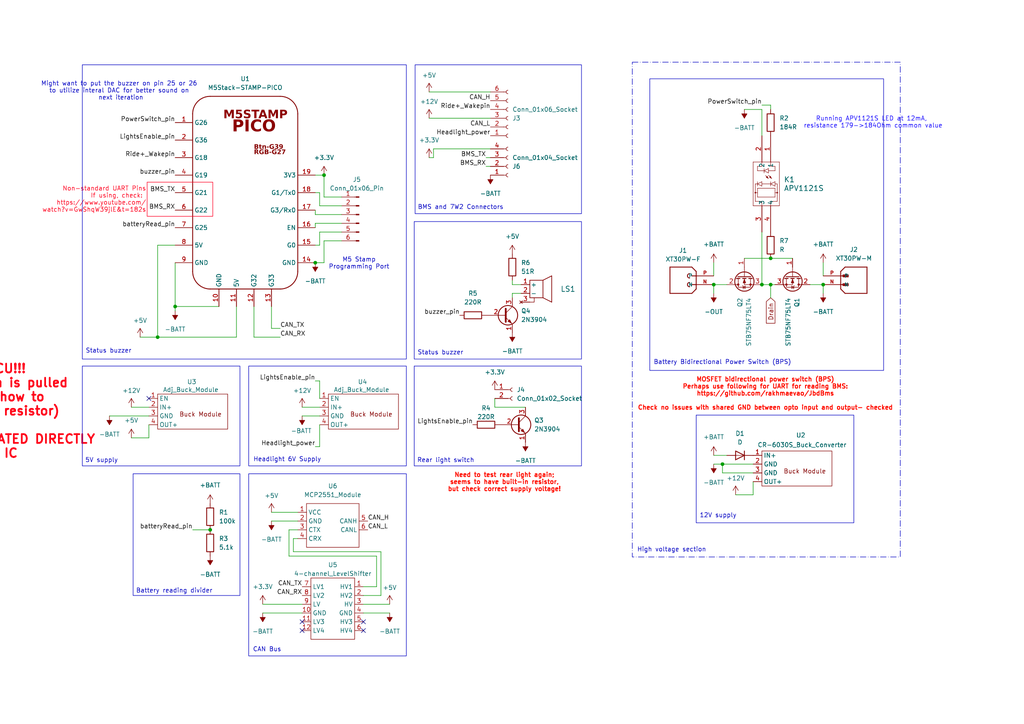
<source format=kicad_sch>
(kicad_sch (version 20231120) (generator "eeschema") (generator_version "8.0")
  (paper "A4")
  (title_block (title "Bionx EBike Battery Control Circuitry") (date "2024-04-29") (rev "0") (company "William Yen") (comment 1 "Requires an external BMS"))
  (lib_symbols
    (symbol "5020_buzzer:CMT-0502-75-SMT-TR" (pin_names (offset 0.254))
      (property "Reference" "LS" (at 7.62 7.62 0))
      (property "Value" "CMT-0502-75-SMT-TR" (at 15.24 5.334 0))
      (symbol "CMT-0502-75-SMT-TR_0_1"
        (polyline (pts (xy 7.62 -2.54) (xy 11.43 -2.54)) (stroke (width 0.2032)))
        (polyline (pts (xy 7.62 2.54) (xy 7.62 -2.54)) (stroke (width 0.2032)))
        (polyline (pts (xy 11.43 -2.54) (xy 11.43 2.54)) (stroke (width 0.2032)))
        (polyline (pts (xy 11.43 2.54) (xy 7.62 2.54)) (stroke (width 0.2032)))
        (polyline (pts (xy 11.43 2.54) (xy 13.97 3.81)) (stroke (width 0.2032)))
        (polyline (pts (xy 13.97 -3.81) (xy 11.43 -2.54)) (stroke (width 0.2032)))
        (polyline (pts (xy 13.97 3.81) (xy 13.97 -3.81)) (stroke (width 0.2032)))
        (polyline (pts (xy 7.62 -3.81) (xy 8.89 -3.81) (xy 8.89 -2.54)))
      )
      (symbol "CMT-0502-75-SMT-TR_1_1"
        (pin input line (at 5.08 1.27 0) (length 2.54) (name "+") (number "1"))
        (pin input line (at 5.08 -1.27 0) (length 2.54) (name "-") (number "2"))
        (pin no_connect line (at 5.08 -3.81 0) (length 2.54) (name "") (number "3"))
      )
    )
    (symbol "Aliexpress_Modules:4-channel_LevelShifter"
      (property "Reference" "U" (at 0 0 0))
      (property "Value" "4-channel_LevelShifter" (at -0.508 10.414 0))
      (symbol "4-channel_LevelShifter_0_1"
        (rectangle (start -6.35 8.89) (end 6.35 -8.89))
      )
      (symbol "4-channel_LevelShifter_1_1"
        (pin bidirectional line (at -8.89 6.35 0) (length 2.54) (name "HV1") (number "1"))
        (pin bidirectional line (at 8.89 -1.27 180) (length 2.54) (name "GND") (number "10"))
        (pin bidirectional line (at 8.89 -3.81 180) (length 2.54) (name "LV3") (number "11"))
        (pin bidirectional line (at 8.89 -6.35 180) (length 2.54) (name "LV4") (number "12"))
        (pin bidirectional line (at -8.89 3.81 0) (length 2.54) (name "HV2") (number "2"))
        (pin bidirectional line (at -8.89 1.27 0) (length 2.54) (name "HV") (number "3"))
        (pin bidirectional line (at -8.89 -1.27 0) (length 2.54) (name "GND") (number "4"))
        (pin bidirectional line (at -8.89 -3.81 0) (length 2.54) (name "HV3") (number "5"))
        (pin bidirectional line (at -8.89 -6.35 0) (length 2.54) (name "HV4") (number "6"))
        (pin bidirectional line (at 8.89 6.35 180) (length 2.54) (name "LV1") (number "7"))
        (pin bidirectional line (at 8.89 3.81 180) (length 2.54) (name "LV2") (number "8"))
        (pin bidirectional line (at 8.89 1.27 180) (length 2.54) (name "LV") (number "9"))
      )
    )
    (symbol "Aliexpress_Modules:Adj_Buck_Module"
      (property "Reference" "U" (at 1.016 8.636 0))
      (property "Value" "Adj_Buck_Module" (at 2.032 6.858 0))
      (symbol "Adj_Buck_Module_0_1"
        (rectangle (start -8.89 5.08) (end 11.43 -5.08))
      )
      (symbol "Adj_Buck_Module_1_1"
        (text "Buck Module" (at 3.556 -0.762 0) (effects (font (size 1.27 1.27))))
        (pin input line (at -11.43 3.81 0) (length 2.54) (name "EN") (number "1"))
        (pin power_in line (at -11.43 1.27 0) (length 2.54) (name "IN+") (number "2"))
        (pin power_out line (at -11.43 -1.27 0) (length 2.54) (name "GND") (number "3"))
        (pin power_out line (at -11.43 -3.81 0) (length 2.54) (name "OUT+") (number "4"))
      )
    )
    (symbol "Aliexpress_Modules:CR-6030S_Buck_Converter"
      (property "Reference" "U" (at 1.016 8.636 0))
      (property "Value" "CR-6030S_Buck_Converter" (at 2.032 6.858 0))
      (symbol "CR-6030S_Buck_Converter_0_1"
        (rectangle (start -8.89 5.08) (end 11.43 -5.08))
      )
      (symbol "CR-6030S_Buck_Converter_1_1"
        (text "Buck Module" (at 3.556 -0.762 0) (effects (font (size 1.27 1.27))))
        (pin power_in line (at -11.43 3.81 0) (length 2.54) (name "IN+") (number "1"))
        (pin power_in line (at -11.43 1.27 0) (length 2.54) (name "GND") (number "2"))
        (pin power_out line (at -11.43 -1.27 0) (length 2.54) (name "GND") (number "3"))
        (pin power_out line (at -11.43 -3.81 0) (length 2.54) (name "OUT+") (number "4"))
      )
    )
    (symbol "Aliexpress_Modules:MCP2551_Module"
      (property "Reference" "U" (at 0 0 0))
      (property "Value" "MCP2551_Module" (at 0 7.874 0))
      (symbol "MCP2551_Module_0_1"
        (rectangle (start -7.62 6.35) (end 7.62 -6.35))
      )
      (symbol "MCP2551_Module_1_1"
        (pin power_in line (at -10.16 3.81 0) (length 2.54) (name "VCC") (number "1"))
        (pin power_in line (at -10.16 1.27 0) (length 2.54) (name "GND") (number "2"))
        (pin bidirectional line (at -10.16 -1.27 0) (length 2.54) (name "CTX") (number "3"))
        (pin bidirectional line (at -10.16 -3.81 0) (length 2.54) (name "CRX") (number "4"))
        (pin bidirectional line (at 10.16 1.27 180) (length 2.54) (name "CANH") (number "5"))
        (pin bidirectional line (at 10.16 -1.27 180) (length 2.54) (name "CANL") (number "6"))
      )
    )
    (symbol "Connector:Conn_01x02_Socket" (pin_names (offset 1.016) hide)
      (property "Reference" "J" (at 0 2.54 0))
      (property "Value" "Conn_01x02_Socket" (at 0 -5.08 0))
      (symbol "Conn_01x02_Socket_1_1"
        (arc (start 0 -2.032) (mid -0.5058 -2.54) (end 0 -3.048) (stroke (width 0.1524)))
        (polyline (pts (xy -1.27 -2.54) (xy -0.508 -2.54)) (stroke (width 0.1524)))
        (polyline (pts (xy -1.27 0) (xy -0.508 0)) (stroke (width 0.1524)))
        (arc (start 0 0.508) (mid -0.5058 0) (end 0 -0.508) (stroke (width 0.1524)))
        (pin passive line (at -5.08 0 0) (length 3.81) (name "Pin_1") (number "1"))
        (pin passive line (at -5.08 -2.54 0) (length 3.81) (name "Pin_2") (number "2"))
      )
    )
    (symbol "Connector:Conn_01x04_Socket" (pin_names (offset 1.016) hide)
      (property "Reference" "J" (at 0 5.08 0))
      (property "Value" "Conn_01x04_Socket" (at 0 -7.62 0))
      (symbol "Conn_01x04_Socket_1_1"
        (arc (start 0 -4.572) (mid -0.5058 -5.08) (end 0 -5.588) (stroke (width 0.1524)))
        (arc (start 0 -2.032) (mid -0.5058 -2.54) (end 0 -3.048) (stroke (width 0.1524)))
        (polyline (pts (xy -1.27 -5.08) (xy -0.508 -5.08)) (stroke (width 0.1524)))
        (polyline (pts (xy -1.27 -2.54) (xy -0.508 -2.54)) (stroke (width 0.1524)))
        (polyline (pts (xy -1.27 0) (xy -0.508 0)) (stroke (width 0.1524)))
        (polyline (pts (xy -1.27 2.54) (xy -0.508 2.54)) (stroke (width 0.1524)))
        (arc (start 0 0.508) (mid -0.5058 0) (end 0 -0.508) (stroke (width 0.1524)))
        (arc (start 0 3.048) (mid -0.5058 2.54) (end 0 2.032) (stroke (width 0.1524)))
        (pin passive line (at -5.08 2.54 0) (length 3.81) (name "Pin_1") (number "1"))
        (pin passive line (at -5.08 0 0) (length 3.81) (name "Pin_2") (number "2"))
        (pin passive line (at -5.08 -2.54 0) (length 3.81) (name "Pin_3") (number "3"))
        (pin passive line (at -5.08 -5.08 0) (length 3.81) (name "Pin_4") (number "4"))
      )
    )
    (symbol "Connector:Conn_01x06_Pin" (pin_names (offset 1.016) hide)
      (property "Reference" "J" (at 0 7.62 0))
      (property "Value" "Conn_01x06_Pin" (at 0 -10.16 0))
      (symbol "Conn_01x06_Pin_1_1"
        (polyline (pts (xy 1.27 -7.62) (xy 0.8636 -7.62)) (stroke (width 0.1524)))
        (polyline (pts (xy 1.27 -5.08) (xy 0.8636 -5.08)) (stroke (width 0.1524)))
        (polyline (pts (xy 1.27 -2.54) (xy 0.8636 -2.54)) (stroke (width 0.1524)))
        (polyline (pts (xy 1.27 0) (xy 0.8636 0)) (stroke (width 0.1524)))
        (polyline (pts (xy 1.27 2.54) (xy 0.8636 2.54)) (stroke (width 0.1524)))
        (polyline (pts (xy 1.27 5.08) (xy 0.8636 5.08)) (stroke (width 0.1524)))
        (rectangle (start 0.8636 -7.493) (end 0 -7.747) (stroke (width 0.1524)) (fill (type outline)))
        (rectangle (start 0.8636 -4.953) (end 0 -5.207) (stroke (width 0.1524)) (fill (type outline)))
        (rectangle (start 0.8636 -2.413) (end 0 -2.667) (stroke (width 0.1524)) (fill (type outline)))
        (rectangle (start 0.8636 0.127) (end 0 -0.127) (stroke (width 0.1524)) (fill (type outline)))
        (rectangle (start 0.8636 2.667) (end 0 2.413) (stroke (width 0.1524)) (fill (type outline)))
        (rectangle (start 0.8636 5.207) (end 0 4.953) (stroke (width 0.1524)) (fill (type outline)))
        (pin passive line (at 5.08 5.08 180) (length 3.81) (name "Pin_1") (number "1"))
        (pin passive line (at 5.08 2.54 180) (length 3.81) (name "Pin_2") (number "2"))
        (pin passive line (at 5.08 0 180) (length 3.81) (name "Pin_3") (number "3"))
        (pin passive line (at 5.08 -2.54 180) (length 3.81) (name "Pin_4") (number "4"))
        (pin passive line (at 5.08 -5.08 180) (length 3.81) (name "Pin_5") (number "5"))
        (pin passive line (at 5.08 -7.62 180) (length 3.81) (name "Pin_6") (number "6"))
      )
    )
    (symbol "Connector:Conn_01x06_Socket" (pin_names (offset 1.016) hide)
      (property "Reference" "J" (at 0 7.62 0))
      (property "Value" "Conn_01x06_Socket" (at 0 -10.16 0))
      (symbol "Conn_01x06_Socket_1_1"
        (arc (start 0 -7.112) (mid -0.5058 -7.62) (end 0 -8.128) (stroke (width 0.1524)))
        (arc (start 0 -4.572) (mid -0.5058 -5.08) (end 0 -5.588) (stroke (width 0.1524)))
        (arc (start 0 -2.032) (mid -0.5058 -2.54) (end 0 -3.048) (stroke (width 0.1524)))
        (polyline (pts (xy -1.27 -7.62) (xy -0.508 -7.62)) (stroke (width 0.1524)))
        (polyline (pts (xy -1.27 -5.08) (xy -0.508 -5.08)) (stroke (width 0.1524)))
        (polyline (pts (xy -1.27 -2.54) (xy -0.508 -2.54)) (stroke (width 0.1524)))
        (polyline (pts (xy -1.27 0) (xy -0.508 0)) (stroke (width 0.1524)))
        (polyline (pts (xy -1.27 2.54) (xy -0.508 2.54)) (stroke (width 0.1524)))
        (polyline (pts (xy -1.27 5.08) (xy -0.508 5.08)) (stroke (width 0.1524)))
        (arc (start 0 0.508) (mid -0.5058 0) (end 0 -0.508) (stroke (width 0.1524)))
        (arc (start 0 3.048) (mid -0.5058 2.54) (end 0 2.032) (stroke (width 0.1524)))
        (arc (start 0 5.588) (mid -0.5058 5.08) (end 0 4.572) (stroke (width 0.1524)))
        (pin passive line (at -5.08 5.08 0) (length 3.81) (name "Pin_1") (number "1"))
        (pin passive line (at -5.08 2.54 0) (length 3.81) (name "Pin_2") (number "2"))
        (pin passive line (at -5.08 0 0) (length 3.81) (name "Pin_3") (number "3"))
        (pin passive line (at -5.08 -2.54 0) (length 3.81) (name "Pin_4") (number "4"))
        (pin passive line (at -5.08 -5.08 0) (length 3.81) (name "Pin_5") (number "5"))
        (pin passive line (at -5.08 -7.62 0) (length 3.81) (name "Pin_6") (number "6"))
      )
    )
    (symbol "Device:D" (pin_numbers hide) (pin_names (offset 1.016) hide)
      (property "Reference" "D" (at 0 2.54 0))
      (property "Value" "D" (at 0 -2.54 0))
      (symbol "D_0_1"
        (polyline (pts (xy -1.27 1.27) (xy -1.27 -1.27)) (stroke (width 0.254)))
        (polyline (pts (xy 1.27 0) (xy -1.27 0)))
        (polyline (pts (xy 1.27 1.27) (xy 1.27 -1.27) (xy -1.27 0) (xy 1.27 1.27)) (stroke (width 0.254)))
      )
      (symbol "D_1_1"
        (pin passive line (at -3.81 0 0) (length 2.54) (name "K") (number "1"))
        (pin passive line (at 3.81 0 180) (length 2.54) (name "A") (number "2"))
      )
    )
    (symbol "Device:R" (pin_numbers hide) (pin_names (offset 0))
      (property "Reference" "R" (at 2.032 0 90))
      (property "Value" "R" (at 0 0 90))
      (symbol "R_0_1"
        (rectangle (start -1.016 -2.54) (end 1.016 2.54) (stroke (width 0.254)))
      )
      (symbol "R_1_1"
        (pin passive line (at 0 3.81 270) (length 1.27) (name "~") (number "1"))
        (pin passive line (at 0 -3.81 90) (length 1.27) (name "~") (number "2"))
      )
    )
    (symbol "Optocoupler_voltaic:APV1121S" (pin_names (offset 0.254))
      (property "Reference" "K" (at 13.97 7.62 0))
      (property "Value" "APV1121S" (at 12.7 5.08 0))
      (symbol "APV1121S_0_1"
        (polyline (pts (xy 7.62 -5.08) (xy 20.32 -5.08)) (stroke (width 0.127)))
        (polyline (pts (xy 7.62 -2.54) (xy 8.89 -2.54)) (stroke (width 0.127)))
        (polyline (pts (xy 7.62 0) (xy 8.89 0)) (stroke (width 0.127)))
        (polyline (pts (xy 7.62 2.54) (xy 7.62 -5.08)) (stroke (width 0.127)))
        (polyline (pts (xy 8.89 -3.81) (xy 10.16 -3.81)) (stroke (width 0.127)))
        (polyline (pts (xy 8.89 -2.54) (xy 8.89 -3.81)) (stroke (width 0.127)))
        (polyline (pts (xy 8.89 1.27) (xy 8.89 0)) (stroke (width 0.127)))
        (polyline (pts (xy 8.89 1.27) (xy 10.16 1.27)) (stroke (width 0.127)))
        (polyline (pts (xy 9.525 -1.905) (xy 10.795 -1.905)) (stroke (width 0.127)))
        (polyline (pts (xy 9.525 -0.635) (xy 10.795 -0.635)) (stroke (width 0.127)))
        (polyline (pts (xy 10.16 -1.905) (xy 9.525 -0.635)) (stroke (width 0.127)))
        (polyline (pts (xy 10.16 -1.905) (xy 10.16 -3.81)) (stroke (width 0.127)))
        (polyline (pts (xy 10.16 -0.635) (xy 10.16 1.27)) (stroke (width 0.127)))
        (polyline (pts (xy 10.795 -0.635) (xy 10.16 -1.905)) (stroke (width 0.127)))
        (polyline (pts (xy 11.43 -0.635) (xy 12.065 0)) (stroke (width 0.127)))
        (polyline (pts (xy 11.523 -1.4945) (xy 12.065 -0.9525)) (stroke (width 0.127)))
        (polyline (pts (xy 13.335 -3.81) (xy 14.605 -3.81)) (stroke (width 0.127)))
        (polyline (pts (xy 13.335 -2.54) (xy 14.605 -2.54)) (stroke (width 0.127)))
        (polyline (pts (xy 13.335 0) (xy 14.605 0)) (stroke (width 0.127)))
        (polyline (pts (xy 13.335 1.27) (xy 14.605 1.27)) (stroke (width 0.127)))
        (polyline (pts (xy 13.97 -3.81) (xy 13.335 -2.54)) (stroke (width 0.127)))
        (polyline (pts (xy 13.97 -3.81) (xy 13.97 -4.445)) (stroke (width 0.127)))
        (polyline (pts (xy 13.97 0) (xy 13.335 1.27)) (stroke (width 0.127)))
        (polyline (pts (xy 13.97 0) (xy 13.97 -2.54)) (stroke (width 0.127)))
        (polyline (pts (xy 13.97 1.905) (xy 13.97 1.27)) (stroke (width 0.127)))
        (polyline (pts (xy 14.605 -2.54) (xy 13.97 -3.81)) (stroke (width 0.127)))
        (polyline (pts (xy 14.605 1.27) (xy 13.97 0)) (stroke (width 0.127)))
        (polyline (pts (xy 15.24 -3.81) (xy 15.24 1.27)) (stroke (width 0.127)))
        (polyline (pts (xy 15.24 -3.81) (xy 17.78 -3.81)) (stroke (width 0.127)))
        (polyline (pts (xy 15.24 1.27) (xy 17.78 1.27)) (stroke (width 0.127)))
        (polyline (pts (xy 16.51 -4.445) (xy 16.51 -3.81)) (stroke (width 0.127)))
        (polyline (pts (xy 16.51 1.905) (xy 16.51 1.27)) (stroke (width 0.127)))
        (polyline (pts (xy 17.78 1.27) (xy 17.78 -3.81)) (stroke (width 0.127)))
        (polyline (pts (xy 19.05 -4.445) (xy 13.97 -4.445)) (stroke (width 0.127)))
        (polyline (pts (xy 19.05 -2.54) (xy 19.05 -4.445)) (stroke (width 0.127)))
        (polyline (pts (xy 19.05 -2.54) (xy 20.32 -2.54)) (stroke (width 0.127)))
        (polyline (pts (xy 19.05 0) (xy 19.05 1.905)) (stroke (width 0.127)))
        (polyline (pts (xy 19.05 1.905) (xy 13.97 1.905)) (stroke (width 0.127)))
        (polyline (pts (xy 20.32 -5.08) (xy 20.32 2.54)) (stroke (width 0.127)))
        (polyline (pts (xy 20.32 0) (xy 19.05 0)) (stroke (width 0.127)))
        (polyline (pts (xy 20.32 2.54) (xy 7.62 2.54)) (stroke (width 0.127)))
        (polyline (pts (xy 11.7475 -0.9525) (xy 12.065 -1.27) (xy 12.3825 -0.635)) (fill (type outline)))
        (polyline (pts (xy 11.7475 0) (xy 12.065 -0.3175) (xy 12.3825 0.3175)) (fill (type outline)))
        (circle (center 16.51 -4.445) (radius 0.127) (stroke (width 0.2032)))
        (circle (center 16.51 1.905) (radius 0.127) (stroke (width 0.2032)))
        (pin unspecified line (at 0 0 0) (length 7.62) (name "1") (number "1"))
        (pin unspecified line (at 0 -2.54 0) (length 7.62) (name "2") (number "2"))
        (pin unspecified line (at 27.94 -2.54 180) (length 7.62) (name "3") (number "3"))
        (pin unspecified line (at 27.94 0 180) (length 7.62) (name "4") (number "4"))
      )
    )
    (symbol "Power_FETs:STB75NF75LT4" (pin_names hide)
      (property "Reference" "Q" (at 5.08 1.905 0))
      (property "Value" "STB75NF75LT4" (at 5.08 0 0))
      (symbol "STB75NF75LT4_0_1"
        (polyline (pts (xy 0.254 0) (xy -2.54 0)))
        (polyline (pts (xy 0.254 1.905) (xy 0.254 -1.905)) (stroke (width 0.254)))
        (polyline (pts (xy 0.762 -1.27) (xy 0.762 -2.286)) (stroke (width 0.254)))
        (polyline (pts (xy 0.762 0.508) (xy 0.762 -0.508)) (stroke (width 0.254)))
        (polyline (pts (xy 0.762 2.286) (xy 0.762 1.27)) (stroke (width 0.254)))
        (polyline (pts (xy 2.54 2.54) (xy 2.54 1.778)))
        (polyline (pts (xy 2.54 -2.54) (xy 2.54 0) (xy 0.762 0)))
        (polyline (pts (xy 0.762 -1.778) (xy 3.302 -1.778) (xy 3.302 1.778) (xy 0.762 1.778)))
        (polyline (pts (xy 1.016 0) (xy 2.032 0.381) (xy 2.032 -0.381) (xy 1.016 0)) (fill (type outline)))
        (polyline (pts (xy 2.794 0.508) (xy 2.921 0.381) (xy 3.683 0.381) (xy 3.81 0.254)))
        (polyline (pts (xy 3.302 0.381) (xy 2.921 -0.254) (xy 3.683 -0.254) (xy 3.302 0.381)))
        (circle (center 1.651 0) (radius 2.794) (stroke (width 0.254)))
        (circle (center 2.54 -1.778) (radius 0.254) (fill (type outline)))
        (circle (center 2.54 1.778) (radius 0.254) (fill (type outline)))
      )
      (symbol "STB75NF75LT4_1_1"
        (pin passive line (at -5.08 0 0) (length 2.54) (name "G") (number "1"))
        (pin passive line (at 2.54 5.08 270) (length 2.54) (name "D") (number "2"))
        (pin passive line (at 2.54 -5.08 90) (length 2.54) (name "S") (number "3"))
      )
    )
    (symbol "SCHLIB_M5Stack-STAMP-PICO_2024-04-18:M5Stack-STAMP-PICO"
      (property "Reference" "U?" (at 0 0 0))
      (property "Value" "M5Stack-STAMP-PICO" (at 0 0 0))
      (symbol "M5Stack-STAMP-PICO_0_0"
        (arc (start -15.24 -33.02) (mid -13.7521 -36.6121) (end -10.16 -38.1) (stroke (width 0.254)))
        (arc (start -10.16 17.78) (mid -13.7521 16.2921) (end -15.24 12.7) (stroke (width 0.254)))
        (polyline (pts (xy -15.24 -33.02) (xy -15.24 12.7)) (stroke (width 0.254)))
        (polyline (pts (xy -10.16 17.78) (xy 10.16 17.78)) (stroke (width 0.254)))
        (polyline (pts (xy 10.16 -38.1) (xy -10.16 -38.1)) (stroke (width 0.254)))
        (polyline (pts (xy 15.24 12.7) (xy 15.24 -33.02)) (stroke (width 0.254)))
        (arc (start 10.16 -38.1) (mid 13.7521 -36.6121) (end 15.24 -33.02) (stroke (width 0.254)))
        (arc (start 15.24 12.7) (mid 13.7521 16.2921) (end 10.16 17.78) (stroke (width 0.254)))
        (text "Btn-G39" (at 2.54 3.8671 0) (effects (font (size 1.3271 1.3271)) (justify left top)))
        (text "M5STAMP" (at -6.35 13.843 0) (effects (font (size 2.413 2.413)) (justify left top)))
        (text "PICO" (at -3.81 10.9982 0) (effects (font (size 3.3782 3.3782)) (justify left top)))
        (text "RGB-G27" (at 2.54 2.3431 0) (effects (font (size 1.3271 1.3271)) (justify left top)))
        (pin unspecified line (at -20.32 10.16 0) (length 5.08) (name "G26") (number "1"))
        (pin unspecified line (at -7.62 -43.18 90) (length 5.08) (name "GND") (number "10"))
        (pin unspecified line (at -2.54 -43.18 90) (length 5.08) (name "5V") (number "11"))
        (pin unspecified line (at 2.54 -43.18 90) (length 5.08) (name "G32") (number "12"))
        (pin unspecified line (at 7.62 -43.18 90) (length 5.08) (name "G33") (number "13"))
        (pin unspecified line (at 20.32 -30.48 180) (length 5.08) (name "GND") (number "14"))
        (pin unspecified line (at 20.32 -25.4 180) (length 5.08) (name "G0") (number "15"))
        (pin unspecified line (at 20.32 -20.32 180) (length 5.08) (name "EN") (number "16"))
        (pin unspecified line (at 20.32 -15.24 180) (length 5.08) (name "G3/Rx0") (number "17"))
        (pin unspecified line (at 20.32 -10.16 180) (length 5.08) (name "G1/Tx0") (number "18"))
        (pin unspecified line (at 20.32 -5.08 180) (length 5.08) (name "3V3") (number "19"))
        (pin unspecified line (at -20.32 5.08 0) (length 5.08) (name "G36") (number "2"))
        (pin unspecified line (at -20.32 0 0) (length 5.08) (name "G18") (number "3"))
        (pin unspecified line (at -20.32 -5.08 0) (length 5.08) (name "G19") (number "4"))
        (pin unspecified line (at -20.32 -10.16 0) (length 5.08) (name "G21") (number "5"))
        (pin unspecified line (at -20.32 -15.24 0) (length 5.08) (name "G22") (number "6"))
        (pin unspecified line (at -20.32 -20.32 0) (length 5.08) (name "G25") (number "7"))
        (pin unspecified line (at -20.32 -25.4 0) (length 5.08) (name "5V") (number "8"))
        (pin unspecified line (at -20.32 -30.48 0) (length 5.08) (name "GND") (number "9"))
      )
    )
    (symbol "Transistor_BJT:2N3904" (pin_names (offset 0) hide)
      (property "Reference" "Q" (at 5.08 1.905 0))
      (property "Value" "2N3904" (at 5.08 0 0))
      (symbol "2N3904_0_1"
        (polyline (pts (xy 0.635 0.635) (xy 2.54 2.54)))
        (polyline (pts (xy 0.635 -0.635) (xy 2.54 -2.54) (xy 2.54 -2.54)))
        (polyline (pts (xy 0.635 1.905) (xy 0.635 -1.905) (xy 0.635 -1.905)) (stroke (width 0.508)))
        (polyline (pts (xy 1.27 -1.778) (xy 1.778 -1.27) (xy 2.286 -2.286) (xy 1.27 -1.778) (xy 1.27 -1.778)) (fill (type outline)))
        (circle (center 1.27 0) (radius 2.8194) (stroke (width 0.254)))
      )
      (symbol "2N3904_1_1"
        (pin passive line (at 2.54 -5.08 90) (length 2.54) (name "E") (number "1"))
        (pin passive line (at -5.08 0 0) (length 5.715) (name "B") (number "2"))
        (pin passive line (at 2.54 5.08 270) (length 2.54) (name "C") (number "3"))
      )
    )
    (symbol "XT30PW-F:XT30PW-F" (pin_names (offset 1.016))
      (property "Reference" "J" (at -7.62 3.81 0))
      (property "Value" "XT30PW-F" (at -7.62 -7.62 0))
      (symbol "XT30PW-F_0_0"
        (arc (start -1.905 -1.905) (mid -2.5373 -2.54) (end -1.905 -3.175) (stroke (width 0.254)))
        (arc (start -1.905 0.635) (mid -2.5373 0) (end -1.905 -0.635) (stroke (width 0.254)))
        (polyline (pts (xy -7.62 -5.08) (xy -7.62 2.54)) (stroke (width 0.254)))
        (polyline (pts (xy -7.62 2.54) (xy -1.27 2.54)) (stroke (width 0.254)))
        (polyline (pts (xy -1.27 -5.08) (xy -7.62 -5.08)) (stroke (width 0.254)))
        (polyline (pts (xy 0 -3.81) (xy -1.27 -5.08)) (stroke (width 0.254)))
        (polyline (pts (xy 0 -2.54) (xy -1.27 -2.54)) (stroke (width 0.254)))
        (polyline (pts (xy 0 0) (xy -1.27 0)) (stroke (width 0.254)))
        (polyline (pts (xy 0 0) (xy 0 -3.81)) (stroke (width 0.254)))
        (polyline (pts (xy 0 1.27) (xy -1.27 2.54)) (stroke (width 0.254)))
        (polyline (pts (xy 0 1.27) (xy 0 0)) (stroke (width 0.254)))
        (pin power_in line (at 5.08 -2.54 180) (length 5.08) (name "N") (number "N"))
        (pin power_in line (at 5.08 0 180) (length 5.08) (name "P") (number "P"))
      )
    )
    (symbol "XT30PW-M:XT30PW-M" (pin_names (offset 1.016))
      (property "Reference" "J" (at -7.62 3.302 0))
      (property "Value" "XT30PW-M" (at -7.62 -7.62 0))
      (symbol "XT30PW-M_0_0"
        (polyline (pts (xy -7.62 -5.08) (xy -7.62 2.54)) (stroke (width 0.254)))
        (polyline (pts (xy -7.62 2.54) (xy -1.27 2.54)) (stroke (width 0.254)))
        (polyline (pts (xy -1.27 -5.08) (xy -7.62 -5.08)) (stroke (width 0.254)))
        (polyline (pts (xy 0 -3.81) (xy -1.27 -5.08)) (stroke (width 0.254)))
        (polyline (pts (xy 0 -2.54) (xy -1.905 -2.54)) (stroke (width 0.254)))
        (polyline (pts (xy 0 0) (xy -1.905 0)) (stroke (width 0.254)))
        (polyline (pts (xy 0 0) (xy 0 -3.81)) (stroke (width 0.254)))
        (polyline (pts (xy 0 1.27) (xy -1.27 2.54)) (stroke (width 0.254)))
        (polyline (pts (xy 0 1.27) (xy 0 0)) (stroke (width 0.254)))
        (polyline (pts (xy -2.2352 -2.2352) (xy -0.635 -2.2352) (xy -0.635 -2.8702) (xy -2.2352 -2.8702) (xy -2.2352 -2.2352)) (fill (type outline)))
        (polyline (pts (xy -2.2352 0.3302) (xy -0.635 0.3302) (xy -0.635 -0.3302) (xy -2.2352 -0.3302) (xy -2.2352 0.3302)) (fill (type outline)))
        (pin power_in line (at 5.08 -2.54 180) (length 5.08) (name "N") (number "N"))
        (pin power_in line (at 5.08 0 180) (length 5.08) (name "P") (number "P"))
      )
    )
    (symbol "power:+12V" (power) (pin_names (offset 0))
      (property "Value" "+12V" (at 0 3.556 0))
      (symbol "+12V_0_1"
        (polyline (pts (xy -0.762 1.27) (xy 0 2.54)))
        (polyline (pts (xy 0 0) (xy 0 2.54)))
        (polyline (pts (xy 0 2.54) (xy 0.762 1.27)))
      )
      (symbol "+12V_1_1"
        (pin power_in line (at 0 0 90) (length 0) hide (name "+12V") (number "1"))
      )
    )
    (symbol "power:+5V" (power) (pin_names (offset 0))
      (property "Value" "+5V" (at 0 3.556 0))
      (symbol "+5V_0_1"
        (polyline (pts (xy -0.762 1.27) (xy 0 2.54)))
        (polyline (pts (xy 0 0) (xy 0 2.54)))
        (polyline (pts (xy 0 2.54) (xy 0.762 1.27)))
      )
      (symbol "+5V_1_1"
        (pin power_in line (at 0 0 90) (length 0) hide (name "+5V") (number "1"))
      )
    )
    (symbol "power:+BATT" (power) (pin_names (offset 0))
      (property "Value" "+BATT" (at 0 3.556 0))
      (symbol "+BATT_0_1"
        (polyline (pts (xy -0.762 1.27) (xy 0 2.54)))
        (polyline (pts (xy 0 0) (xy 0 2.54)))
        (polyline (pts (xy 0 2.54) (xy 0.762 1.27)))
      )
      (symbol "+BATT_1_1"
        (pin power_in line (at 0 0 90) (length 0) hide (name "+BATT") (number "1"))
      )
    )
    (symbol "power:-BATT" (power) (pin_names (offset 0))
      (property "Value" "-BATT" (at 0 3.556 0))
      (symbol "-BATT_0_1"
        (polyline (pts (xy 0 0) (xy 0 2.54)))
        (polyline (pts (xy 0.762 1.27) (xy -0.762 1.27) (xy 0 2.54) (xy 0.762 1.27)) (fill (type outline)))
      )
      (symbol "-BATT_1_1"
        (pin power_in line (at 0 0 90) (length 0) hide (name "-BATT") (number "1"))
      )
    )
  )
  (junction (at 50.8 88.9))
  (junction (at 91.44 76.2))
  (junction (at 45.72 97.79))
  (junction (at 93.98 50.8))
  (junction (at 60.96 153.67))
  (junction (at 223.52 74.93))
  (junction (at 207.01 82.55))
  (junction (at 220.98 82.55))
  (junction (at 209.55 134.62))
  (junction (at 238.76 82.55))
  (junction (at 223.52 82.55))
  (no_connect (at 43.18 115.57))
  (no_connect (at 87.63 182.88))
  (no_connect (at 105.41 180.34))
  (no_connect (at 87.63 180.34))
  (no_connect (at 105.41 182.88))
  (wire (pts (xy 50.8 71.12) (xy 45.72 71.12)))
  (wire (pts (xy 78.74 95.25) (xy 78.74 88.9)))
  (wire (pts (xy 148.59 81.28) (xy 148.59 82.55)))
  (wire (pts (xy 73.66 97.79) (xy 81.28 97.79)))
  (wire (pts (xy 93.98 57.15) (xy 99.06 57.15)))
  (wire (pts (xy 223.52 86.36) (xy 223.52 82.55)))
  (wire (pts (xy 91.44 55.88) (xy 92.71 55.88)))
  (wire (pts (xy 207.01 85.09) (xy 207.01 82.55)))
  (wire (pts (xy 238.76 76.2) (xy 238.76 80.01)))
  (wire (pts (xy 220.98 31.75) (xy 220.98 39.37)))
  (wire (pts (xy 43.18 127) (xy 43.18 123.19)))
  (wire (pts (xy 91.44 110.49) (xy 92.71 110.49)))
  (wire (pts (xy 87.63 118.11) (xy 92.71 118.11)))
  (wire (pts (xy 110.49 172.72) (xy 105.41 172.72)))
  (wire (pts (xy 215.9 74.93) (xy 223.52 74.93)))
  (wire (pts (xy 31.75 120.65) (xy 43.18 120.65)))
  (wire (pts (xy 38.1 127) (xy 43.18 127)))
  (wire (pts (xy 78.74 151.13) (xy 86.36 151.13)))
  (wire (pts (xy 92.71 67.31) (xy 99.06 67.31)))
  (wire (pts (xy 50.8 88.9) (xy 63.5 88.9)))
  (wire (pts (xy 76.2 177.8) (xy 87.63 177.8)))
  (wire (pts (xy 110.49 160.02) (xy 110.49 172.72)))
  (wire (pts (xy 113.03 177.8) (xy 105.41 177.8)))
  (wire (pts (xy 92.71 55.88) (xy 92.71 59.69)))
  (wire (pts (xy 124.46 45.72) (xy 125.73 45.72)))
  (wire (pts (xy 223.52 74.93) (xy 229.87 74.93)))
  (wire (pts (xy 148.59 85.09) (xy 148.59 86.36)))
  (wire (pts (xy 55.88 153.67) (xy 60.96 153.67)))
  (wire (pts (xy 85.09 156.21) (xy 86.36 156.21)))
  (wire (pts (xy 40.64 97.79) (xy 45.72 97.79)))
  (wire (pts (xy 223.52 82.55) (xy 224.79 82.55)))
  (wire (pts (xy 151.13 85.09) (xy 148.59 85.09)))
  (wire (pts (xy 83.82 161.29) (xy 83.82 153.67)))
  (wire (pts (xy 125.73 45.72) (xy 125.73 43.18)))
  (wire (pts (xy 91.44 76.2) (xy 93.98 76.2)))
  (wire (pts (xy 148.59 82.55) (xy 151.13 82.55)))
  (wire (pts (xy 50.8 76.2) (xy 50.8 88.9)))
  (wire (pts (xy 38.1 118.11) (xy 43.18 118.11)))
  (wire (pts (xy 125.73 43.18) (xy 142.24 43.18)))
  (wire (pts (xy 93.98 69.85) (xy 99.06 69.85)))
  (wire (pts (xy 223.52 30.48) (xy 223.52 31.75)))
  (wire (pts (xy 93.98 76.2) (xy 93.98 69.85)))
  (wire (pts (xy 85.09 160.02) (xy 110.49 160.02)))
  (wire (pts (xy 124.46 26.67) (xy 142.24 26.67)))
  (wire (pts (xy 113.03 175.26) (xy 105.41 175.26)))
  (wire (pts (xy 91.44 64.77) (xy 91.44 66.04)))
  (wire (pts (xy 76.2 175.26) (xy 87.63 175.26)))
  (wire (pts (xy 220.98 82.55) (xy 223.52 82.55)))
  (wire (pts (xy 220.98 30.48) (xy 223.52 30.48)))
  (wire (pts (xy 93.98 50.8) (xy 93.98 57.15)))
  (wire (pts (xy 68.58 97.79) (xy 68.58 88.9)))
  (wire (pts (xy 238.76 82.55) (xy 234.95 82.55)))
  (wire (pts (xy 91.44 71.12) (xy 92.71 71.12)))
  (wire (pts (xy 238.76 82.55) (xy 238.76 85.09)))
  (wire (pts (xy 91.44 62.23) (xy 91.44 60.96)))
  (wire (pts (xy 215.9 31.75) (xy 220.98 31.75)))
  (wire (pts (xy 207.01 82.55) (xy 210.82 82.55)))
  (wire (pts (xy 78.74 148.59) (xy 86.36 148.59)))
  (wire (pts (xy 92.71 110.49) (xy 92.71 115.57)))
  (wire (pts (xy 152.4 118.11) (xy 143.51 118.11)))
  (wire (pts (xy 85.09 156.21) (xy 85.09 160.02)))
  (wire (pts (xy 109.22 161.29) (xy 109.22 170.18)))
  (wire (pts (xy 92.71 71.12) (xy 92.71 67.31)))
  (wire (pts (xy 83.82 161.29) (xy 109.22 161.29)))
  (wire (pts (xy 45.72 71.12) (xy 45.72 97.79)))
  (wire (pts (xy 209.55 134.62) (xy 209.55 137.16)))
  (wire (pts (xy 92.71 59.69) (xy 99.06 59.69)))
  (wire (pts (xy 68.58 97.79) (xy 45.72 97.79)))
  (wire (pts (xy 99.06 64.77) (xy 91.44 64.77)))
  (wire (pts (xy 91.44 50.8) (xy 93.98 50.8)))
  (wire (pts (xy 209.55 137.16) (xy 218.44 137.16)))
  (wire (pts (xy 91.44 129.54) (xy 92.71 129.54)))
  (wire (pts (xy 209.55 134.62) (xy 218.44 134.62)))
  (wire (pts (xy 140.97 45.72) (xy 142.24 45.72)))
  (wire (pts (xy 207.01 132.08) (xy 210.82 132.08)))
  (wire (pts (xy 207.01 76.2) (xy 207.01 80.01)))
  (wire (pts (xy 83.82 153.67) (xy 86.36 153.67)))
  (wire (pts (xy 140.97 48.26) (xy 142.24 48.26)))
  (wire (pts (xy 73.66 88.9) (xy 73.66 97.79)))
  (wire (pts (xy 81.28 95.25) (xy 78.74 95.25)))
  (wire (pts (xy 218.44 143.51) (xy 218.44 139.7)))
  (wire (pts (xy 207.01 134.62) (xy 209.55 134.62)))
  (wire (pts (xy 213.36 143.51) (xy 218.44 143.51)))
  (wire (pts (xy 92.71 129.54) (xy 92.71 123.19)))
  (wire (pts (xy 220.98 67.31) (xy 220.98 82.55)))
  (wire (pts (xy 124.46 34.29) (xy 142.24 34.29)))
  (wire (pts (xy 50.8 90.17) (xy 50.8 88.9)))
  (wire (pts (xy 109.22 170.18) (xy 105.41 170.18)))
  (wire (pts (xy 87.63 120.65) (xy 92.71 120.65)))
  (wire (pts (xy 91.44 62.23) (xy 99.06 62.23)))
  (wire (pts (xy 143.51 118.11) (xy 143.51 115.57)))
  (rectangle (start 23.876 106.172) (end 69.596 135.128))
  (rectangle (start 72.136 106.172) (end 117.856 135.128))
  (rectangle (start 120.396 18.796) (end 168.656 61.976))
  (rectangle (start 188.468 22.86) (end 256.286 107.442))
  (rectangle (start 120.142 106.172) (end 168.656 135.128))
  (rectangle (start 201.93 120.396) (end 247.65 151.638))
  (rectangle (start 72.136 137.414) (end 117.856 190.246))
  (rectangle (start 183.388 18.034) (end 261.112 161.544) (stroke (width 0) (type dash_dot)))
  (rectangle (start 42.672 52.832) (end 61.722 62.738) (stroke (width 0) (color 255 0 35 1)))
  (rectangle (start 38.608 137.414) (end 69.596 172.72))
  (rectangle (start 120.142 64.262) (end 168.656 104.14))
  (rectangle (start 23.876 18.796) (end 117.856 104.14))
  (text "CAN Bus" (at 77.47 188.468 0) (effects (font (size 1.27 1.27))))
  (text "Might want to put the buzzer on pin 25 or 26 \nto utilize interal DAC for better sound on \nnext iteration" (at 35.052 26.416 0) (effects (font (size 1.27 1.27))))
  (text "M5 Stamp\nProgramming Port" (at 104.14 76.454 0) (effects (font (size 1.27 1.27))))
  (text "Status buzzer" (at 127.762 102.362 0) (effects (font (size 1.27 1.27))))
  (text "Running APV1121S LED at 12mA, \nresistance 179->184Ohm common value" (at 253.238 35.56 0) (effects (font (size 1.27 1.27))))
  (text "Need to test rear light again;\nseems to have built-in resistor,\nbut check correct supply voltage!" (at 146.304 139.954 0) (effects (font (size 1.27 1.27) (thickness 0.254) (bold yes))))
  (text "Headlight 6V Supply" (at 83.312 133.35 0) (effects (font (size 1.27 1.27))))
  (text "BMS and 7W2 Connectors" (at 133.604 60.198 0) (effects (font (size 1.27 1.27))))
  (text "Rear light switch" (at 129.286 133.604 0) (effects (font (size 1.27 1.27))))
  (text "Lights enable pin burned MCU!!!\nCareful with buck modules, EN pin is pulled\nhigh by module itself, find out how to \ndisable (probably desolder some resistor)\n\nREMOVE RESISTOR MARKED \"204\" LOCATED DIRECTLY\nNEXT TO BUCK CONVERTER IC" (at -23.622 119.38 0) (effects (font (size 2.54 2.54) (thickness 0.508) (bold yes))))
  (text "12V supply" (at 208.28 149.606 0) (effects (font (size 1.27 1.27))))
  (text "High voltage section" (at 194.818 159.512 0) (effects (font (size 1.27 1.27))))
  (text "Non-standard UART Pins\nIf using, check: \nhttps://www.youtube.com/\nwatch?v=GwShqW39jlE&t=182s" (at 42.418 57.912 0) (effects (font (size 1.27 1.27)) (justify right)))
  (text "MOSFET bidirectional power switch (BPS)\nPerhaps use following for UART for reading BMS:\nhttps://github.com/rakhmaevao/JbdBms\n\nCheck no issues with shared GND between opto input and output- checked" (at 221.996 114.3 0) (effects (font (size 1.27 1.27) (thickness 0.254) (bold yes))))
  (text "Battery Bidirectional Power Switch (BPS)" (at 209.55 105.156 0) (effects (font (size 1.27 1.27))))
  (text "Status buzzer" (at 31.496 101.854 0) (effects (font (size 1.27 1.27))))
  (text "Battery reading divider" (at 50.546 171.45 0) (effects (font (size 1.27 1.27))))
  (text "5V supply" (at 29.464 133.604 0) (effects (font (size 1.27 1.27))))
  (label "BMS_TX" (at 140.97 45.72 180))
  (label "CAN_TX" (at 81.28 95.25 0))
  (label "CAN_RX" (at 81.28 97.79 0))
  (label "CAN_H" (at 106.68 151.13 0))
  (label "Headlight_power" (at 142.24 39.37 180))
  (label "batteryRead_pin" (at 50.8 66.04 180))
  (label "buzzer_pin" (at 133.35 91.44 180))
  (label "PowerSwitch_pin" (at 50.8 35.56 180))
  (label "PowerSwitch_pin" (at 220.98 30.48 180))
  (label "Ride+_Wakepin" (at 142.24 31.75 180))
  (label "LightsEnable_pin" (at 50.8 40.64 180))
  (label "LightsEnable_pin" (at 137.16 123.19 180))
  (label "CAN_TX" (at 87.63 170.18 180))
  (label "CAN_L" (at 142.24 36.83 180))
  (label "buzzer_pin" (at 50.8 50.8 180))
  (label "CAN_RX" (at 87.63 172.72 180))
  (label "batteryRead_pin" (at 55.88 153.67 180))
  (label "Ride+_Wakepin" (at 50.8 45.72 180))
  (label "LightsEnable_pin" (at 91.44 110.49 180))
  (label "BMS_RX" (at 50.8 60.96 180))
  (label "CAN_H" (at 142.24 29.21 180))
  (label "BMS_RX" (at 140.97 48.26 180))
  (label "BMS_TX" (at 50.8 55.88 180))
  (label "Headlight_power" (at 91.44 129.54 180))
  (label "CAN_L" (at 106.68 153.67 0))
  (global_label "Drain" (shape input) (at 223.52 86.36 270) (property "Intersheetrefs" "${INTERSHEET_REFS}" (effects (hide yes))))
  (symbol (lib_id "power:+BATT") (at 238.76 76.2 0) (unit 1)
    (property "Reference" "#PWR07" (effects (hide yes)))
    (property "Value" "+BATT" (at 238.76 70.866 0))
  )
  (symbol (lib_id "power:+12V") (at 124.46 34.29 0) (unit 1)
    (property "Reference" "#PWR015" (effects (hide yes)))
    (property "Value" "+12V" (at 124.46 29.464 0))
  )
  (symbol (lib_id "power:-BATT") (at 148.59 96.52 180) (unit 1)
    (property "Reference" "#PWR022" (effects (hide yes)))
    (property "Value" "-BATT" (at 148.59 101.854 0))
  )
  (symbol (lib_id "Device:R") (at 148.59 77.47 0) (unit 1)
    (property "Reference" "R6" (at 151.13 76.1999 0) (effects (justify left)))
    (property "Value" "51R" (at 151.13 78.7399 0) (effects (justify left)))
    (property "Footprint" "Resistor_THT:R_Axial_DIN0204_L3.6mm_D1.6mm_P2.54mm_Vertical" (effects (hide yes)))
    (property "Description" "Resistor" (effects (hide yes)))
  )
  (symbol (lib_id "power:+5V") (at 124.46 26.67 0) (unit 1)
    (property "Reference" "#PWR014" (effects (hide yes)))
    (property "Value" "+5V" (at 124.46 21.844 0))
  )
  (symbol (lib_id "Power_FETs:STB75NF75LT4") (at 229.87 80.01 270) (unit 1)
    (property "Reference" "Q1" (at 231.1401 86.36 0) (effects (justify left)))
    (property "Value" "STB75NF75LT4" (at 228.6001 86.36 0) (effects (justify left)))
    (property "Footprint" "Package_TO_SOT_THT:TO-220-3_Horizontal_TabDown" (effects (hide yes)))
    (property "Datasheet" "https://nl.rs-online.com/web/p/mosfets/7146778" (effects (hide yes)))
    (property "Description" "N-Channel MOSFET, 75 A, 75 V, 3-Pin D2PAK STMicroelectronics" (effects (hide yes)))
  )
  (symbol (lib_id "power:+12V") (at 124.46 45.72 0) (unit 1)
    (property "Reference" "#PWR033" (effects (hide yes)))
    (property "Value" "+3.3V" (at 124.46 40.64 0))
  )
  (symbol (lib_id "Transistor_BJT:2N3904") (at 146.05 91.44 0) (unit 1)
    (property "Reference" "Q4" (at 151.13 90.1699 0) (effects (justify left)))
    (property "Value" "2N3904" (at 151.13 92.7099 0) (effects (justify left)))
    (property "Footprint" "Package_TO_SOT_THT:TO-92_Inline" (effects (hide yes)))
    (property "Datasheet" "https://www.onsemi.com/pub/Collateral/2N3903-D.PDF" (effects (hide yes)))
    (property "Description" "0.2A Ic, 40V Vce, Small Signal NPN Transistor, TO-92" (effects (hide yes)))
  )
  (symbol (lib_id "Connector:Conn_01x06_Pin") (at 104.14 62.23 0) (mirror y) (unit 1)
    (property "Reference" "J5" (at 103.505 52.07 0))
    (property "Value" "Conn_01x06_Pin" (at 103.505 54.61 0))
    (property "Footprint" "Connector_PinSocket_2.54mm:PinSocket_1x06_P2.54mm_Vertical" (effects (hide yes)))
    (property "Description" "Generic connector, single row, 01x06, script generated" (effects (hide yes)))
  )
  (symbol (lib_id "power:-BATT") (at 78.74 151.13 180) (unit 1)
    (property "Reference" "#PWR032" (effects (hide yes)))
    (property "Value" "-BATT" (at 78.74 156.464 0))
  )
  (symbol (lib_id "Device:R") (at 223.52 35.56 180) (unit 1)
    (property "Reference" "R2" (at 226.06 34.2899 0) (effects (justify right)))
    (property "Value" "184R" (at 226.06 36.8299 0) (effects (justify right)))
    (property "Footprint" "Resistor_THT:R_Axial_DIN0204_L3.6mm_D1.6mm_P2.54mm_Vertical" (effects (hide yes)))
    (property "Description" "Resistor" (effects (hide yes)))
  )
  (symbol (lib_id "power:+12V") (at 76.2 175.26 0) (unit 1)
    (property "Reference" "#PWR027" (effects (hide yes)))
    (property "Value" "+3.3V" (at 76.2 170.18 0))
  )
  (symbol (lib_id "Device:D") (at 214.63 132.08 180) (unit 1)
    (property "Reference" "D1" (at 214.63 125.73 0))
    (property "Value" "D" (at 214.63 128.27 0))
    (property "Footprint" "Diode_THT:D_DO-41_SOD81_P10.16mm_Horizontal" (effects (hide yes)))
    (property "Description" "Diode" (effects (hide yes)))
    (property "Sim.Device" "D" (effects (hide yes)))
    (property "Sim.Pins" "1=K 2=A" (effects (hide yes)))
  )
  (symbol (lib_id "Aliexpress_Modules:Adj_Buck_Module") (at 104.14 119.38 0) (unit 1)
    (property "Reference" "U4" (at 105.156 110.744 0))
    (property "Value" "Adj_Buck_Module" (at 96.774 113.03 0) (effects (justify left)))
    (property "Footprint" "Aliexpress_Modules:Adj Buck Module" (effects (hide yes)))
  )
  (symbol (lib_id "power:+BATT") (at 207.01 132.08 0) (unit 1)
    (property "Reference" "#PWR05" (effects (hide yes)))
    (property "Value" "+BATT" (at 207.01 126.746 0))
  )
  (symbol (lib_id "XT30PW-F:XT30PW-F") (at 201.93 80.01 0) (unit 1)
    (property "Reference" "J1" (at 198.12 72.644 0))
    (property "Value" "XT30PW-F" (at 198.12 75.184 0))
    (property "Footprint" "SnapEDA Library:AMASS_XT30PW-F" (effects (hide yes)))
    (property "PARTREV" "1.2" (effects (hide yes)))
    (property "STANDARD" "Manufacturer Recommendations" (effects (hide yes)))
    (property "SNAPEDA_PN" "XT30PW-F" (effects (hide yes)))
    (property "MAXIMUM_PACKAGE_HEIGHT" "5 mm" (effects (hide yes)))
    (property "MANUFACTURER" "Amass" (effects (hide yes)))
  )
  (symbol (lib_id "power:+12V") (at 38.1 118.11 0) (unit 1)
    (property "Reference" "#PWR01" (effects (hide yes)))
    (property "Value" "+12V" (at 38.1 113.284 0))
  )
  (symbol (lib_id "power:+BATT") (at 207.01 76.2 0) (unit 1)
    (property "Reference" "#PWR017" (effects (hide yes)))
    (property "Value" "+BATT" (at 207.01 70.866 0))
  )
  (symbol (lib_id "power:+12V") (at 38.1 127 0) (unit 1)
    (property "Reference" "#PWR09" (effects (hide yes)))
    (property "Value" "+5V" (at 38.1 121.92 0))
  )
  (symbol (lib_id "Device:R") (at 60.96 157.48 0) (unit 1)
    (property "Reference" "R3" (at 63.5 156.2099 0) (effects (justify left)))
    (property "Value" "5.1k" (at 63.5 158.7499 0) (effects (justify left)))
    (property "Footprint" "Resistor_THT:R_Axial_DIN0204_L3.6mm_D1.6mm_P2.54mm_Vertical" (effects (hide yes)))
    (property "Description" "Resistor" (effects (hide yes)))
  )
  (symbol (lib_id "power:+12V") (at 213.36 143.51 0) (unit 1)
    (property "Reference" "#PWR03" (effects (hide yes)))
    (property "Value" "+12V" (at 213.36 138.684 0))
  )
  (symbol (lib_id "5020_buzzer:CMT-0502-75-SMT-TR") (at 146.05 83.82 0) (unit 1)
    (property "Reference" "LS1" (at 162.56 83.8199 0) (effects (font (size 1.524 1.524)) (justify left)))
    (property "Value" "CMT-0502-75-SMT-TR" (effects (hide yes)))
    (property "Footprint" "5020_buzzer:CMT-0502_CUD" (effects (hide yes)))
    (property "Datasheet" "CMT-0502-75-SMT-TR" (effects (hide yes)))
  )
  (symbol (lib_id "Connector:Conn_01x06_Socket") (at 147.32 34.29 0) (mirror x) (unit 1)
    (property "Reference" "J3" (at 148.59 34.2901 0) (effects (justify left)))
    (property "Value" "Conn_01x06_Socket" (at 148.59 31.7501 0) (effects (justify left)))
    (property "Footprint" "Connector_JST:JST_XH_B6B-XH-A_1x06_P2.50mm_Vertical" (effects (hide yes)))
    (property "Description" "Generic connector, single row, 01x06, script generated" (effects (hide yes)))
  )
  (symbol (lib_id "power:+12V") (at 148.59 73.66 0) (unit 1)
    (property "Reference" "#PWR021" (effects (hide yes)))
    (property "Value" "+5V" (at 148.59 68.58 0))
  )
  (symbol (lib_id "power:+12V") (at 93.98 50.8 0) (unit 1)
    (property "Reference" "#PWR026" (effects (hide yes)))
    (property "Value" "+3.3V" (at 93.98 45.72 0))
  )
  (symbol (lib_id "XT30PW-M:XT30PW-M") (at 243.84 80.01 0) (mirror y) (unit 1)
    (property "Reference" "J2" (at 247.65 72.39 0))
    (property "Value" "XT30PW-M" (at 247.65 74.93 0))
    (property "Footprint" "SnapEDA Library:AMASS_XT30PW-M" (effects (hide yes)))
    (property "PARTREV" "1.2" (effects (hide yes)))
    (property "STANDARD" "Manufacturer Recommendations" (effects (hide yes)))
    (property "SNAPEDA_PN" "XT30PW-M" (effects (hide yes)))
    (property "MAXIMUM_PACKAGE_HEIGHT" "5 mm" (effects (hide yes)))
    (property "MANUFACTURER" "Amass" (effects (hide yes)))
  )
  (symbol (lib_id "power:-BATT") (at 207.01 134.62 180) (unit 1)
    (property "Reference" "#PWR06" (effects (hide yes)))
    (property "Value" "-BATT" (at 207.01 139.954 0))
  )
  (symbol (lib_id "Aliexpress_Modules:4-channel_LevelShifter") (at 96.52 176.53 0) (mirror y) (unit 1)
    (property "Reference" "U5" (at 96.52 163.83 0))
    (property "Value" "4-channel_LevelShifter" (at 96.52 166.37 0))
    (property "Footprint" "Aliexpress_Modules:Logic Level Converter Module" (effects (hide yes)))
  )
  (symbol (lib_id "power:+12V") (at 87.63 118.11 0) (unit 1)
    (property "Reference" "#PWR011" (effects (hide yes)))
    (property "Value" "+12V" (at 87.63 113.284 0))
  )
  (symbol (lib_id "Connector:Conn_01x04_Socket") (at 147.32 48.26 0) (mirror x) (unit 1)
    (property "Reference" "J6" (at 148.59 48.2601 0) (effects (justify left)))
    (property "Value" "Conn_01x04_Socket" (at 148.59 45.7201 0) (effects (justify left)))
    (property "Footprint" "Connector_JST:JST_XH_B4B-XH-A_1x04_P2.50mm_Vertical" (effects (hide yes)))
    (property "Description" "Generic connector, single row, 01x04, script generated" (effects (hide yes)))
  )
  (symbol (lib_id "power:-BATT") (at 238.76 85.09 180) (unit 1)
    (property "Reference" "#PWR02" (effects (hide yes)))
    (property "Value" "-BATT" (at 238.76 90.424 0))
  )
  (symbol (lib_id "power:+5V") (at 113.03 175.26 0) (unit 1)
    (property "Reference" "#PWR030" (effects (hide yes)))
    (property "Value" "+5V" (at 113.03 170.434 0))
  )
  (symbol (lib_id "Aliexpress_Modules:CR-6030S_Buck_Converter") (at 229.87 135.89 0) (unit 1)
    (property "Reference" "U2" (at 230.886 126.238 0) (effects (justify left)))
    (property "Value" "CR-6030S_Buck_Converter" (at 219.71 129.032 0) (effects (justify left)))
    (property "Footprint" "Aliexpress_Modules:CR-6030S Buck Module" (effects (hide yes)))
  )
  (symbol (lib_id "power:-BATT") (at 152.4 128.27 180) (unit 1)
    (property "Reference" "#PWR023" (effects (hide yes)))
    (property "Value" "-BATT" (at 152.4 133.604 0))
  )
  (symbol (lib_id "power:+BATT") (at 60.96 146.05 0) (unit 1)
    (property "Reference" "#PWR025" (effects (hide yes)))
    (property "Value" "+BATT" (at 60.96 140.716 0))
  )
  (symbol (lib_id "Power_FETs:STB75NF75LT4") (at 215.9 80.01 90) (mirror x) (unit 1)
    (property "Reference" "Q2" (at 214.6299 86.36 0) (effects (justify left)))
    (property "Value" "STB75NF75LT4" (at 217.1699 86.36 0) (effects (justify left)))
    (property "Footprint" "Package_TO_SOT_THT:TO-220-3_Horizontal_TabDown" (effects (hide yes)))
    (property "Datasheet" "https://nl.rs-online.com/web/p/mosfets/7146778" (effects (hide yes)))
    (property "Description" "N-Channel MOSFET, 75 A, 75 V, 3-Pin D2PAK STMicroelectronics" (effects (hide yes)))
  )
  (symbol (lib_id "Transistor_BJT:2N3904") (at 149.86 123.19 0) (unit 1)
    (property "Reference" "Q3" (at 154.94 121.9199 0) (effects (justify left)))
    (property "Value" "2N3904" (at 154.94 124.4599 0) (effects (justify left)))
    (property "Footprint" "Package_TO_SOT_THT:TO-92_Inline" (effects (hide yes)))
    (property "Datasheet" "https://www.onsemi.com/pub/Collateral/2N3903-D.PDF" (effects (hide yes)))
    (property "Description" "0.2A Ic, 40V Vce, Small Signal NPN Transistor, TO-92" (effects (hide yes)))
  )
  (symbol (lib_id "power:-BATT") (at 31.75 120.65 180) (unit 1)
    (property "Reference" "#PWR08" (effects (hide yes)))
    (property "Value" "-BATT" (at 31.75 125.984 0))
  )
  (symbol (lib_id "power:-BATT") (at 142.24 50.8 180) (unit 1)
    (property "Reference" "#PWR016" (effects (hide yes)))
    (property "Value" "-BATT" (at 142.24 56.134 0))
  )
  (symbol (lib_id "power:-BATT") (at 207.01 85.09 180) (unit 1)
    (property "Reference" "#PWR019" (effects (hide yes)))
    (property "Value" "-OUT" (at 207.01 90.424 0))
  )
  (symbol (lib_id "power:+12V") (at 143.51 113.03 0) (unit 1)
    (property "Reference" "#PWR018" (effects (hide yes)))
    (property "Value" "+3.3V" (at 143.51 107.95 0))
  )
  (symbol (lib_id "power:-BATT") (at 215.9 31.75 180) (unit 1)
    (property "Reference" "#PWR020" (effects (hide yes)))
    (property "Value" "-BATT" (at 215.9 37.084 0))
  )
  (symbol (lib_id "Device:R") (at 137.16 91.44 90) (unit 1)
    (property "Reference" "R5" (at 137.16 85.09 90))
    (property "Value" "220R" (at 137.16 87.63 90))
    (property "Footprint" "Resistor_THT:R_Axial_DIN0204_L3.6mm_D1.6mm_P2.54mm_Vertical" (effects (hide yes)))
    (property "Description" "Resistor" (effects (hide yes)))
  )
  (symbol (lib_id "power:-BATT") (at 87.63 120.65 180) (unit 1)
    (property "Reference" "#PWR010" (effects (hide yes)))
    (property "Value" "-BATT" (at 87.376 124.968 0))
  )
  (symbol (lib_id "Connector:Conn_01x02_Socket") (at 148.59 113.03 0) (unit 1)
    (property "Reference" "J4" (at 149.86 113.0299 0) (effects (justify left)))
    (property "Value" "Conn_01x02_Socket" (at 149.86 115.5699 0) (effects (justify left)))
    (property "Footprint" "Connector_JST:JST_XH_B2B-XH-A_1x02_P2.50mm_Vertical" (effects (hide yes)))
    (property "Description" "Generic connector, single row, 01x02, script generated" (effects (hide yes)))
  )
  (symbol (lib_id "SCHLIB_M5Stack-STAMP-PICO_2024-04-18:M5Stack-STAMP-PICO") (at 71.12 45.72 0) (unit 1)
    (property "Reference" "U1" (at 71.12 22.86 0))
    (property "Value" "M5Stack-STAMP-PICO" (at 71.12 25.4 0))
    (property "Footprint" "M5Stamp:M5Stamp Pico" (effects (hide yes)))
  )
  (symbol (lib_id "Aliexpress_Modules:Adj_Buck_Module") (at 54.61 119.38 0) (unit 1)
    (property "Reference" "U3" (at 55.626 110.744 0))
    (property "Value" "Adj_Buck_Module" (at 47.244 113.03 0) (effects (justify left)))
    (property "Footprint" "Aliexpress_Modules:Adj Buck Module" (effects (hide yes)))
  )
  (symbol (lib_id "power:+5V") (at 78.74 148.59 0) (unit 1)
    (property "Reference" "#PWR031" (effects (hide yes)))
    (property "Value" "+5V" (at 78.74 143.764 0))
  )
  (symbol (lib_id "Device:R") (at 60.96 149.86 0) (unit 1)
    (property "Reference" "R1" (at 63.5 148.5899 0) (effects (justify left)))
    (property "Value" "100k" (at 63.5 151.1299 0) (effects (justify left)))
    (property "Footprint" "Resistor_THT:R_Axial_DIN0204_L3.6mm_D1.6mm_P2.54mm_Vertical" (effects (hide yes)))
    (property "Description" "Resistor" (effects (hide yes)))
  )
  (symbol (lib_id "Device:R") (at 140.97 123.19 90) (unit 1)
    (property "Reference" "R4" (at 140.97 118.364 90))
    (property "Value" "220R" (at 140.97 120.904 90))
    (property "Footprint" "Resistor_THT:R_Axial_DIN0204_L3.6mm_D1.6mm_P2.54mm_Vertical" (effects (hide yes)))
    (property "Description" "Resistor" (effects (hide yes)))
  )
  (symbol (lib_id "power:-BATT") (at 91.44 76.2 180) (unit 1)
    (property "Reference" "#PWR012" (effects (hide yes)))
    (property "Value" "-BATT" (at 91.44 81.534 0))
  )
  (symbol (lib_id "Aliexpress_Modules:MCP2551_Module") (at 96.52 152.4 0) (unit 1)
    (property "Reference" "U6" (at 96.52 140.97 0))
    (property "Value" "MCP2551_Module" (at 96.52 143.51 0))
    (property "Footprint" "Aliexpress_Modules:MCP2551 Module" (effects (hide yes)))
  )
  (symbol (lib_id "power:-BATT") (at 50.8 90.17 180) (unit 1)
    (property "Reference" "#PWR013" (effects (hide yes)))
    (property "Value" "-BATT" (at 50.8 95.504 0))
  )
  (symbol (lib_id "power:-BATT") (at 60.96 161.29 180) (unit 1)
    (property "Reference" "#PWR024" (effects (hide yes)))
    (property "Value" "-BATT" (at 60.96 166.624 0))
  )
  (symbol (lib_id "power:-BATT") (at 76.2 177.8 180) (unit 1)
    (property "Reference" "#PWR028" (effects (hide yes)))
    (property "Value" "-BATT" (at 76.2 183.134 0))
  )
  (symbol (lib_id "power:+5V") (at 40.64 97.79 0) (unit 1)
    (property "Reference" "#PWR04" (effects (hide yes)))
    (property "Value" "+5V" (at 40.64 92.964 0))
  )
  (symbol (lib_id "Device:R") (at 223.52 71.12 0) (unit 1)
    (property "Reference" "R7" (at 226.06 69.8499 0) (effects (justify left)))
    (property "Value" "R" (at 226.06 72.3899 0) (effects (justify left)))
    (property "Footprint" "Resistor_THT:R_Axial_DIN0204_L3.6mm_D1.6mm_P2.54mm_Vertical" (effects (hide yes)))
    (property "Description" "Resistor" (effects (hide yes)))
  )
  (symbol (lib_id "power:-BATT") (at 113.03 177.8 180) (unit 1)
    (property "Reference" "#PWR029" (effects (hide yes)))
    (property "Value" "-BATT" (at 113.03 183.134 0))
  )
  (symbol (lib_id "Optocoupler_voltaic:APV1121S") (at 223.52 39.37 270) (unit 1)
    (property "Reference" "K1" (at 227.33 52.0699 90) (effects (font (size 1.524 1.524)) (justify left)))
    (property "Value" "APV1121S" (at 227.33 54.6099 90) (effects (font (size 1.524 1.524)) (justify left)))
    (property "Footprint" "Optocoupler_voltaic:SOP4PIN_PAN" (effects (hide yes)))
    (property "Datasheet" "APV1121S" (effects (hide yes)))
  )
)
</source>
